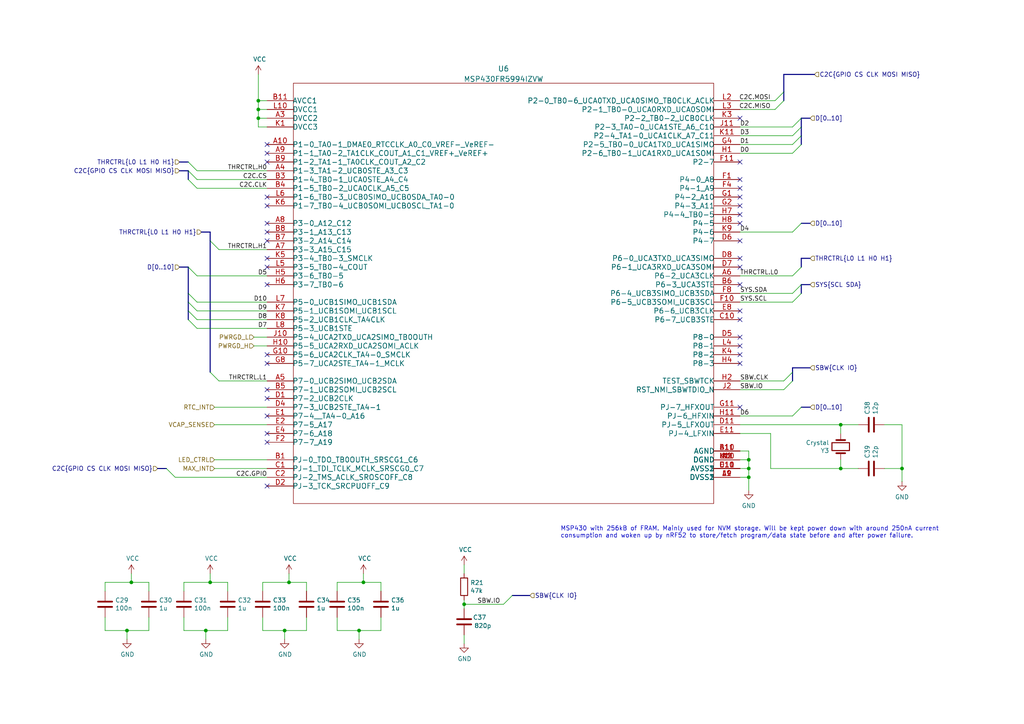
<source format=kicad_sch>
(kicad_sch (version 20231120) (generator "eeschema") (generator_version "8.0")
  (paper "A4")
  (lib_symbols
    (symbol "Device:Crystal" (pin_numbers hide) (pin_names (offset 1.016) hide)
      (property "Reference" "Y" (at 0 3.81 0))
      (property "Value" "Crystal" (at 0 -3.81 0))
      (symbol "Crystal_0_1"
        (rectangle (start -1.143 2.54) (end 1.143 -2.54) (stroke (width 0.3048)))
        (polyline (pts (xy -2.54 0) (xy -1.905 0)))
        (polyline (pts (xy -1.905 -1.27) (xy -1.905 1.27)) (stroke (width 0.508)))
        (polyline (pts (xy 1.905 -1.27) (xy 1.905 1.27)) (stroke (width 0.508)))
        (polyline (pts (xy 2.54 0) (xy 1.905 0)))
      )
      (symbol "Crystal_1_1"
        (pin passive line (at -3.81 0 0) (length 1.27) (name "1") (number "1"))
        (pin passive line (at 3.81 0 180) (length 1.27) (name "2") (number "2"))
      )
    )
    (symbol "Voltix:C" (pin_numbers hide) (pin_names (offset 0.254))
      (property "Reference" "C" (at 0.635 2.54 0))
      (property "Value" "C" (at 0.635 -2.54 0))
      (symbol "C_0_1"
        (polyline (pts (xy -2.032 -0.762) (xy 2.032 -0.762)) (stroke (width 0.508)))
        (polyline (pts (xy -2.032 0.762) (xy 2.032 0.762)) (stroke (width 0.508)))
      )
      (symbol "C_1_1"
        (pin passive line (at 0 3.81 270) (length 2.794) (name "~") (number "1"))
        (pin passive line (at 0 -3.81 90) (length 2.794) (name "~") (number "2"))
      )
    )
    (symbol "Voltix:GND" (power) (pin_names (offset 0))
      (property "Value" "GND" (at 0 -3.81 0))
      (symbol "GND_0_1"
        (polyline (pts (xy 0 0) (xy 0 -1.27) (xy 1.27 -1.27) (xy 0 -2.54) (xy -1.27 -1.27) (xy 0 -1.27)))
      )
      (symbol "GND_1_1"
        (pin power_in line (at 0 0 270) (length 0) hide (name "GND") (number "1"))
      )
    )
    (symbol "Voltix:MSP430FR5994IZVW" (pin_names (offset -0.254))
      (property "Reference" "U" (at 0 -53.34 0))
      (property "Value" "MSP430FR5994IZVW" (at 0 -55.88 0))
      (symbol "MSP430FR5994IZVW_0_1"
        (rectangle (start -60.96 73.66) (end 60.96 -48.26))
      )
      (symbol "MSP430FR5994IZVW_1_1"
        (pin power_in line (at 68.58 -35.56 180) (length 7.62) (name "DGND") (number "A1"))
        (pin bidirectional line (at -68.58 55.88 0) (length 7.62) (name "P1-0_TA0-1_DMAE0_RTCCLK_A0_C0_VREF-_VeREF-") (number "A10"))
        (pin power_in line (at 68.58 -33.02 180) (length 7.62) (name "AGND") (number "A11"))
        (pin power_in line (at 68.58 -40.64 180) (length 7.62) (name "DVSS2") (number "A2"))
        (pin power_in line (at -68.58 63.5 0) (length 7.62) (name "DVCC2") (number "A3"))
        (pin bidirectional line (at -68.58 48.26 0) (length 7.62) (name "P1-3_TA1-2_UCB0STE_A3_C3") (number "A4"))
        (pin bidirectional line (at -68.58 -12.7 0) (length 7.62) (name "P7-0_UCB2SIMO_UCB2SDA") (number "A5"))
        (pin bidirectional line (at 68.58 17.78 180) (length 7.62) (name "P6-2_UCA3CLK") (number "A6"))
        (pin bidirectional line (at -68.58 25.4 0) (length 7.62) (name "P3-3_A15_C15") (number "A7"))
        (pin bidirectional line (at -68.58 33.02 0) (length 7.62) (name "P3-0_A12_C12") (number "A8"))
        (pin bidirectional line (at -68.58 53.34 0) (length 7.62) (name "P1-1_TA0-2_TA1CLK_COUT_A1_C1_VREF+_VeREF+") (number "A9"))
        (pin bidirectional line (at -68.58 -35.56 0) (length 7.62) (name "PJ-0_TDO_TB0OUTH_SRSCG1_C6") (number "B1"))
        (pin power_in line (at 68.58 -33.02 180) (length 7.62) (name "AGND") (number "B10"))
        (pin power_in line (at -68.58 68.58 0) (length 7.62) (name "AVCC1") (number "B11"))
        (pin bidirectional line (at -68.58 45.72 0) (length 7.62) (name "P1-4_TB0-1_UCA0STE_A4_C4") (number "B3"))
        (pin bidirectional line (at -68.58 43.18 0) (length 7.62) (name "P1-5_TB0-2_UCA0CLK_A5_C5") (number "B4"))
        (pin bidirectional line (at -68.58 -15.24 0) (length 7.62) (name "P7-1_UCB2SOMI_UCB2SCL") (number "B5"))
        (pin bidirectional line (at 68.58 15.24 180) (length 7.62) (name "P6-3_UCA3STE") (number "B6"))
        (pin bidirectional line (at -68.58 27.94 0) (length 7.62) (name "P3-2_A14_C14") (number "B7"))
        (pin bidirectional line (at -68.58 30.48 0) (length 7.62) (name "P3-1_A13_C13") (number "B8"))
        (pin bidirectional line (at -68.58 50.8 0) (length 7.62) (name "P1-2_TA1-1_TA0CLK_COUT_A2_C2") (number "B9"))
        (pin bidirectional line (at -68.58 -38.1 0) (length 7.62) (name "PJ-1_TDI_TCLK_MCLK_SRSCG0_C7") (number "C1"))
        (pin bidirectional line (at 68.58 5.08 180) (length 7.62) (name "P6-7_UCB3STE") (number "C10"))
        (pin power_in line (at 68.58 -38.1 180) (length 7.62) (name "AVSS1") (number "C11"))
        (pin bidirectional line (at -68.58 -40.64 0) (length 7.62) (name "PJ-2_TMS_ACLK_SROSCOFF_C8") (number "C2"))
        (pin bidirectional line (at -68.58 -17.78 0) (length 7.62) (name "P7-2_UCB2CLK") (number "D1"))
        (pin power_in line (at 68.58 -38.1 180) (length 7.62) (name "AVSS2") (number "D10"))
        (pin bidirectional line (at 68.58 -25.4 180) (length 7.62) (name "PJ-5_LFXOUT") (number "D11"))
        (pin bidirectional line (at -68.58 -43.18 0) (length 7.62) (name "PJ-3_TCK_SRCPUOFF_C9") (number "D2"))
        (pin bidirectional line (at -68.58 -20.32 0) (length 7.62) (name "P7-3_UCB2STE_TA4-1") (number "D4"))
        (pin bidirectional line (at 68.58 0 180) (length 7.62) (name "P8-0") (number "D5"))
        (pin bidirectional line (at 68.58 27.94 180) (length 7.62) (name "P4-7") (number "D6"))
        (pin bidirectional line (at 68.58 20.32 180) (length 7.62) (name "P6-1_UCA3RXD_UCA3SOMI") (number "D7"))
        (pin bidirectional line (at 68.58 22.86 180) (length 7.62) (name "P6-0_UCA3TXD_UCA3SIMO") (number "D8"))
        (pin bidirectional line (at -68.58 -22.86 0) (length 7.62) (name "P7-4__TA4-0_A16") (number "E1"))
        (pin power_in line (at 68.58 -38.1 180) (length 7.62) (name "AVSS3") (number "E10"))
        (pin bidirectional line (at 68.58 -27.94 180) (length 7.62) (name "PJ-4_LFXIN") (number "E11"))
        (pin bidirectional line (at -68.58 -25.4 0) (length 7.62) (name "P7-5_A17") (number "E2"))
        (pin bidirectional line (at -68.58 -27.94 0) (length 7.62) (name "P7-6_A18") (number "E4"))
        (pin bidirectional line (at 68.58 7.62 180) (length 7.62) (name "P6-6_UCB3CLK") (number "E8"))
        (pin bidirectional line (at 68.58 45.72 180) (length 7.62) (name "P4-0_A8") (number "F1"))
        (pin bidirectional line (at 68.58 10.16 180) (length 7.62) (name "P6-5_UCB3SOMI_UCB3SCL") (number "F10"))
        (pin bidirectional line (at 68.58 50.8 180) (length 7.62) (name "P2-7") (number "F11"))
        (pin bidirectional line (at -68.58 -30.48 0) (length 7.62) (name "P7-7_A19") (number "F2"))
        (pin bidirectional line (at 68.58 43.18 180) (length 7.62) (name "P4-1_A9") (number "F4"))
        (pin bidirectional line (at 68.58 12.7 180) (length 7.62) (name "P6-4_UCB3SIMO_UCB3SDA") (number "F8"))
        (pin bidirectional line (at 68.58 40.64 180) (length 7.62) (name "P4-2_A10") (number "G1"))
        (pin bidirectional line (at -68.58 -5.08 0) (length 7.62) (name "P5-6_UCA2CLK_TA4-0_SMCLK") (number "G10"))
        (pin bidirectional line (at 68.58 -20.32 180) (length 7.62) (name "PJ-7_HFXOUT") (number "G11"))
        (pin bidirectional line (at 68.58 38.1 180) (length 7.62) (name "P4-3_A11") (number "G2"))
        (pin bidirectional line (at 68.58 55.88 180) (length 7.62) (name "P2-5_TB0-0_UCA1TXD_UCA1SIMO") (number "G4"))
        (pin bidirectional line (at -68.58 -7.62 0) (length 7.62) (name "P5-7_UCA2STE_TA4-1_MCLK") (number "G8"))
        (pin bidirectional line (at 68.58 53.34 180) (length 7.62) (name "P2-6_TB0-1_UCA1RXD_UCA1SOMI") (number "H1"))
        (pin bidirectional line (at -68.58 -2.54 0) (length 7.62) (name "P5-5_UCA2RXD_UCA2SOMI_ACLK") (number "H10"))
        (pin bidirectional line (at 68.58 -22.86 180) (length 7.62) (name "PJ-6_HFXIN") (number "H11"))
        (pin input line (at 68.58 -12.7 180) (length 7.62) (name "TEST_SBWTCK") (number "H2"))
        (pin bidirectional line (at 68.58 -7.62 180) (length 7.62) (name "P8-3") (number "H4"))
        (pin bidirectional line (at -68.58 17.78 0) (length 7.62) (name "P3-6_TB0-5") (number "H5"))
        (pin bidirectional line (at -68.58 15.24 0) (length 7.62) (name "P3-7_TB0-6") (number "H6"))
        (pin bidirectional line (at 68.58 35.56 180) (length 7.62) (name "P4-4_TB0-5") (number "H7"))
        (pin bidirectional line (at 68.58 33.02 180) (length 7.62) (name "P4-5") (number "H8"))
        (pin power_in line (at 68.58 -40.64 180) (length 7.62) (name "DVSS3") (number "J1"))
        (pin bidirectional line (at -68.58 0 0) (length 7.62) (name "P5-4_UCA2TXD_UCA2SIMO_TB0OUTH") (number "J10"))
        (pin bidirectional line (at 68.58 60.96 180) (length 7.62) (name "P2-3_TA0-0_UCA1STE_A6_C10") (number "J11"))
        (pin bidirectional line (at 68.58 -15.24 180) (length 7.62) (name "RST_NMI_SBWTDIO_N") (number "J2"))
        (pin power_in line (at -68.58 60.96 0) (length 7.62) (name "DVCC3") (number "K1"))
        (pin power_in line (at 68.58 -35.56 180) (length 7.62) (name "DGND") (number "K10"))
        (pin bidirectional line (at 68.58 58.42 180) (length 7.62) (name "P2-4_TA1-0_UCA1CLK_A7_C11") (number "K11"))
        (pin power_in line (at 68.58 -35.56 180) (length 7.62) (name "DGND") (number "K2"))
        (pin bidirectional line (at 68.58 63.5 180) (length 7.62) (name "P2-2_TB0-2_UCB0CLK") (number "K3"))
        (pin bidirectional line (at 68.58 -5.08 180) (length 7.62) (name "P8-2") (number "K4"))
        (pin bidirectional line (at -68.58 22.86 0) (length 7.62) (name "P3-4_TB0-3_SMCLK") (number "K5"))
        (pin bidirectional line (at -68.58 38.1 0) (length 7.62) (name "P1-7_TB0-4_UCB0SOMI_UCB0SCL_TA1-0") (number "K6"))
        (pin bidirectional line (at -68.58 7.62 0) (length 7.62) (name "P5-1_UCB1SOMI_UCB1SCL") (number "K7"))
        (pin bidirectional line (at -68.58 5.08 0) (length 7.62) (name "P5-2_UCB1CLK_TA4CLK") (number "K8"))
        (pin bidirectional line (at 68.58 30.48 180) (length 7.62) (name "P4-6") (number "K9"))
        (pin power_in line (at 68.58 -35.56 180) (length 7.62) (name "DGND") (number "L1"))
        (pin power_in line (at -68.58 66.04 0) (length 7.62) (name "DVCC1") (number "L10"))
        (pin power_in line (at 68.58 -35.56 180) (length 7.62) (name "DGND") (number "L11"))
        (pin bidirectional line (at 68.58 68.58 180) (length 7.62) (name "P2-0_TB0-6_UCA0TXD_UCA0SIMO_TB0CLK_ACLK") (number "L2"))
        (pin bidirectional line (at 68.58 66.04 180) (length 7.62) (name "P2-1_TB0-0_UCA0RXD_UCA0SOMI") (number "L3"))
        (pin bidirectional line (at 68.58 -2.54 180) (length 7.62) (name "P8-1") (number "L4"))
        (pin bidirectional line (at -68.58 20.32 0) (length 7.62) (name "P3-5_TB0-4_COUT") (number "L5"))
        (pin bidirectional line (at -68.58 40.64 0) (length 7.62) (name "P1-6_TB0-3_UCB0SIMO_UCB0SDA_TA0-0") (number "L6"))
        (pin bidirectional line (at -68.58 10.16 0) (length 7.62) (name "P5-0_UCB1SIMO_UCB1SDA") (number "L7"))
        (pin bidirectional line (at -68.58 2.54 0) (length 7.62) (name "P5-3_UCB1STE") (number "L8"))
        (pin power_in line (at 68.58 -40.64 180) (length 7.62) (name "DVSS1") (number "L9"))
      )
    )
    (symbol "Voltix:R" (pin_numbers hide) (pin_names (offset 0))
      (property "Reference" "R" (at 2.032 0 90))
      (property "Value" "R" (at 0 0 90))
      (symbol "R_0_1"
        (rectangle (start -1.016 -2.54) (end 1.016 2.54) (stroke (width 0.254)))
      )
      (symbol "R_1_1"
        (pin passive line (at 0 3.81 270) (length 1.27) (name "~") (number "1"))
        (pin passive line (at 0 -3.81 90) (length 1.27) (name "~") (number "2"))
      )
    )
    (symbol "Voltix:VCC" (power) (pin_names (offset 0))
      (property "Value" "VCC" (at 0 3.81 0))
      (symbol "VCC_0_1"
        (polyline (pts (xy -0.762 1.27) (xy 0 2.54)))
        (polyline (pts (xy 0 0) (xy 0 2.54)))
        (polyline (pts (xy 0 2.54) (xy 0.762 1.27)))
      )
      (symbol "VCC_1_1"
        (pin power_in line (at 0 0 90) (length 0) hide (name "VCC") (number "1"))
      )
    )
    (symbol "power:GND" (power) (pin_numbers hide) (pin_names (offset 0) hide)
      (property "Value" "GND" (at 0 -3.81 0))
      (symbol "GND_0_1"
        (polyline (pts (xy 0 0) (xy 0 -1.27) (xy 1.27 -1.27) (xy 0 -2.54) (xy -1.27 -1.27) (xy 0 -1.27)))
      )
      (symbol "GND_1_1"
        (pin power_in line (at 0 0 270) (length 0) (name "~") (number "1"))
      )
    )
  )
  (junction (at 60.96 168.91))
  (junction (at 217.17 138.43))
  (junction (at 134.62 175.26))
  (junction (at 217.17 133.35))
  (junction (at 83.82 168.91))
  (junction (at 243.84 135.89))
  (junction (at 74.93 34.29))
  (junction (at 74.93 31.75))
  (junction (at 74.93 29.21))
  (junction (at 243.84 123.19))
  (junction (at 82.55 182.88))
  (junction (at 104.14 182.88))
  (junction (at 217.17 135.89))
  (junction (at 38.1 168.91))
  (junction (at 59.69 182.88))
  (junction (at 36.83 182.88))
  (junction (at 261.62 135.89))
  (junction (at 105.41 168.91))
  (no_connect (at 77.47 59.69))
  (no_connect (at 77.47 57.15))
  (no_connect (at 77.47 74.93))
  (no_connect (at 77.47 77.47))
  (no_connect (at 214.63 100.33))
  (no_connect (at 214.63 52.07))
  (no_connect (at 214.63 46.99))
  (no_connect (at 214.63 34.29))
  (no_connect (at 214.63 57.15))
  (no_connect (at 214.63 90.17))
  (no_connect (at 214.63 82.55))
  (no_connect (at 214.63 118.11))
  (no_connect (at 214.63 105.41))
  (no_connect (at 214.63 102.87))
  (no_connect (at 214.63 97.79))
  (no_connect (at 214.63 92.71))
  (no_connect (at 77.47 140.97))
  (no_connect (at 214.63 64.77))
  (no_connect (at 214.63 62.23))
  (no_connect (at 214.63 59.69))
  (no_connect (at 214.63 54.61))
  (no_connect (at 214.63 69.85))
  (no_connect (at 214.63 74.93))
  (no_connect (at 214.63 77.47))
  (no_connect (at 77.47 113.03))
  (no_connect (at 77.47 105.41))
  (no_connect (at 77.47 102.87))
  (no_connect (at 77.47 41.91))
  (no_connect (at 77.47 44.45))
  (no_connect (at 77.47 46.99))
  (no_connect (at 77.47 128.27))
  (no_connect (at 77.47 125.73))
  (no_connect (at 77.47 64.77))
  (no_connect (at 77.47 67.31))
  (no_connect (at 77.47 69.85))
  (no_connect (at 77.47 82.55))
  (no_connect (at 77.47 115.57))
  (no_connect (at 77.47 120.65))
  (bus_entry (at 54.61 77.47) (size 2.54 2.54))
  (bus_entry (at 232.41 34.29) (size -2.54 2.54))
  (bus_entry (at 232.41 118.11) (size -2.54 2.54))
  (bus_entry (at 227.33 26.67) (size -2.54 2.54))
  (bus_entry (at 232.41 77.47) (size -2.54 2.54))
  (bus_entry (at 227.33 29.21) (size -2.54 2.54))
  (bus_entry (at 54.61 52.07) (size 2.54 2.54))
  (bus_entry (at 54.61 87.63) (size 2.54 2.54))
  (bus_entry (at 232.41 41.91) (size -2.54 2.54))
  (bus_entry (at 232.41 36.83) (size -2.54 2.54))
  (bus_entry (at 54.61 46.99) (size 2.54 2.54))
  (bus_entry (at 54.61 49.53) (size 2.54 2.54))
  (bus_entry (at 229.87 107.95) (size -2.54 2.54))
  (bus_entry (at 232.41 82.55) (size -2.54 2.54))
  (bus_entry (at 60.96 69.85) (size 2.54 2.54))
  (bus_entry (at 54.61 92.71) (size 2.54 2.54))
  (bus_entry (at 232.41 64.77) (size -2.54 2.54))
  (bus_entry (at 232.41 85.09) (size -2.54 2.54))
  (bus_entry (at 48.26 135.89) (size 2.54 2.54))
  (bus_entry (at 148.59 172.72) (size -2.54 2.54))
  (bus_entry (at 229.87 110.49) (size -2.54 2.54))
  (bus_entry (at 54.61 85.09) (size 2.54 2.54))
  (bus_entry (at 54.61 90.17) (size 2.54 2.54))
  (bus_entry (at 232.41 39.37) (size -2.54 2.54))
  (bus_entry (at 60.96 107.95) (size 2.54 2.54))
  (wire (pts (xy 53.34 168.91) (xy 53.34 171.45)))
  (wire (pts (xy 224.79 29.21) (xy 214.63 29.21)))
  (wire (pts (xy 66.04 179.07) (xy 66.04 182.88)))
  (bus (pts (xy 232.41 82.55) (xy 232.41 85.09)))
  (bus (pts (xy 54.61 87.63) (xy 54.61 90.17)))
  (bus (pts (xy 54.61 85.09) (xy 54.61 87.63)))
  (wire (pts (xy 74.93 36.83) (xy 77.47 36.83)))
  (wire (pts (xy 76.2 179.07) (xy 76.2 182.88)))
  (wire (pts (xy 243.84 123.19) (xy 248.92 123.19)))
  (wire (pts (xy 57.15 54.61) (xy 77.47 54.61)))
  (bus (pts (xy 232.41 39.37) (xy 232.41 41.91)))
  (wire (pts (xy 82.55 182.88) (xy 88.9 182.88)))
  (wire (pts (xy 62.23 133.35) (xy 77.47 133.35)))
  (wire (pts (xy 217.17 138.43) (xy 217.17 135.89)))
  (wire (pts (xy 74.93 29.21) (xy 74.93 31.75)))
  (wire (pts (xy 214.63 44.45) (xy 229.87 44.45)))
  (wire (pts (xy 59.69 185.42) (xy 59.69 182.88)))
  (wire (pts (xy 38.1 168.91) (xy 30.48 168.91)))
  (wire (pts (xy 104.14 185.42) (xy 104.14 182.88)))
  (bus (pts (xy 232.41 118.11) (xy 234.95 118.11)))
  (bus (pts (xy 148.59 172.72) (xy 153.67 172.72)))
  (wire (pts (xy 43.18 179.07) (xy 43.18 182.88)))
  (wire (pts (xy 243.84 123.19) (xy 243.84 125.73)))
  (wire (pts (xy 63.5 72.39) (xy 77.47 72.39)))
  (wire (pts (xy 256.54 123.19) (xy 261.62 123.19)))
  (wire (pts (xy 60.96 166.37) (xy 60.96 168.91)))
  (wire (pts (xy 214.63 67.31) (xy 229.87 67.31)))
  (bus (pts (xy 45.72 135.89) (xy 48.26 135.89)))
  (wire (pts (xy 104.14 182.88) (xy 110.49 182.88)))
  (wire (pts (xy 36.83 182.88) (xy 43.18 182.88)))
  (wire (pts (xy 60.96 168.91) (xy 53.34 168.91)))
  (wire (pts (xy 53.34 179.07) (xy 53.34 182.88)))
  (wire (pts (xy 214.63 123.19) (xy 243.84 123.19)))
  (bus (pts (xy 232.41 34.29) (xy 232.41 36.83)))
  (bus (pts (xy 234.95 106.68) (xy 229.87 106.68)))
  (bus (pts (xy 232.41 82.55) (xy 234.95 82.55)))
  (wire (pts (xy 224.79 31.75) (xy 214.63 31.75)))
  (bus (pts (xy 232.41 36.83) (xy 232.41 39.37)))
  (wire (pts (xy 217.17 142.24) (xy 217.17 138.43)))
  (wire (pts (xy 110.49 179.07) (xy 110.49 182.88)))
  (bus (pts (xy 54.61 90.17) (xy 54.61 92.71)))
  (wire (pts (xy 73.66 100.33) (xy 77.47 100.33)))
  (wire (pts (xy 62.23 118.11) (xy 77.47 118.11)))
  (wire (pts (xy 82.55 185.42) (xy 82.55 182.88)))
  (wire (pts (xy 217.17 130.81) (xy 214.63 130.81)))
  (wire (pts (xy 66.04 168.91) (xy 60.96 168.91)))
  (wire (pts (xy 74.93 21.59) (xy 74.93 29.21)))
  (wire (pts (xy 134.62 175.26) (xy 146.05 175.26)))
  (wire (pts (xy 214.63 135.89) (xy 217.17 135.89)))
  (wire (pts (xy 59.69 182.88) (xy 66.04 182.88)))
  (bus (pts (xy 54.61 77.47) (xy 54.61 85.09)))
  (wire (pts (xy 214.63 80.01) (xy 229.87 80.01)))
  (wire (pts (xy 134.62 175.26) (xy 134.62 176.53)))
  (wire (pts (xy 243.84 135.89) (xy 248.92 135.89)))
  (wire (pts (xy 30.48 179.07) (xy 30.48 182.88)))
  (wire (pts (xy 214.63 87.63) (xy 229.87 87.63)))
  (wire (pts (xy 105.41 166.37) (xy 105.41 168.91)))
  (wire (pts (xy 214.63 113.03) (xy 227.33 113.03)))
  (bus (pts (xy 227.33 29.21) (xy 227.33 26.67)))
  (bus (pts (xy 54.61 49.53) (xy 54.61 52.07)))
  (wire (pts (xy 88.9 168.91) (xy 83.82 168.91)))
  (wire (pts (xy 214.63 41.91) (xy 229.87 41.91)))
  (wire (pts (xy 43.18 171.45) (xy 43.18 168.91)))
  (wire (pts (xy 83.82 168.91) (xy 76.2 168.91)))
  (wire (pts (xy 74.93 31.75) (xy 74.93 34.29)))
  (wire (pts (xy 83.82 166.37) (xy 83.82 168.91)))
  (wire (pts (xy 256.54 135.89) (xy 261.62 135.89)))
  (wire (pts (xy 57.15 87.63) (xy 77.47 87.63)))
  (wire (pts (xy 214.63 39.37) (xy 229.87 39.37)))
  (wire (pts (xy 62.23 123.19) (xy 77.47 123.19)))
  (wire (pts (xy 214.63 110.49) (xy 227.33 110.49)))
  (wire (pts (xy 30.48 182.88) (xy 36.83 182.88)))
  (bus (pts (xy 232.41 34.29) (xy 234.95 34.29)))
  (wire (pts (xy 57.15 80.01) (xy 77.47 80.01)))
  (wire (pts (xy 76.2 182.88) (xy 82.55 182.88)))
  (wire (pts (xy 30.48 168.91) (xy 30.48 171.45)))
  (wire (pts (xy 214.63 36.83) (xy 229.87 36.83)))
  (bus (pts (xy 52.07 49.53) (xy 54.61 49.53)))
  (wire (pts (xy 53.34 182.88) (xy 59.69 182.88)))
  (wire (pts (xy 74.93 31.75) (xy 77.47 31.75)))
  (wire (pts (xy 50.8 138.43) (xy 77.47 138.43)))
  (wire (pts (xy 76.2 168.91) (xy 76.2 171.45)))
  (wire (pts (xy 110.49 168.91) (xy 105.41 168.91)))
  (wire (pts (xy 217.17 135.89) (xy 217.17 133.35)))
  (wire (pts (xy 134.62 163.83) (xy 134.62 166.37)))
  (bus (pts (xy 229.87 107.95) (xy 229.87 110.49)))
  (wire (pts (xy 134.62 173.99) (xy 134.62 175.26)))
  (wire (pts (xy 214.63 125.73) (xy 223.52 125.73)))
  (wire (pts (xy 105.41 168.91) (xy 97.79 168.91)))
  (wire (pts (xy 66.04 171.45) (xy 66.04 168.91)))
  (wire (pts (xy 36.83 185.42) (xy 36.83 182.88)))
  (wire (pts (xy 38.1 166.37) (xy 38.1 168.91)))
  (wire (pts (xy 217.17 133.35) (xy 217.17 130.81)))
  (wire (pts (xy 74.93 34.29) (xy 74.93 36.83)))
  (wire (pts (xy 261.62 123.19) (xy 261.62 135.89)))
  (wire (pts (xy 43.18 168.91) (xy 38.1 168.91)))
  (wire (pts (xy 223.52 135.89) (xy 243.84 135.89)))
  (wire (pts (xy 57.15 95.25) (xy 77.47 95.25)))
  (wire (pts (xy 97.79 182.88) (xy 104.14 182.88)))
  (wire (pts (xy 134.62 184.15) (xy 134.62 186.69)))
  (wire (pts (xy 63.5 110.49) (xy 77.47 110.49)))
  (wire (pts (xy 74.93 29.21) (xy 77.47 29.21)))
  (wire (pts (xy 261.62 135.89) (xy 261.62 139.7)))
  (wire (pts (xy 214.63 120.65) (xy 229.87 120.65)))
  (bus (pts (xy 227.33 21.59) (xy 227.33 26.67)))
  (wire (pts (xy 97.79 179.07) (xy 97.79 182.88)))
  (wire (pts (xy 214.63 133.35) (xy 217.17 133.35)))
  (bus (pts (xy 52.07 46.99) (xy 54.61 46.99)))
  (wire (pts (xy 62.23 135.89) (xy 77.47 135.89)))
  (bus (pts (xy 58.42 67.31) (xy 60.96 67.31)))
  (wire (pts (xy 110.49 171.45) (xy 110.49 168.91)))
  (wire (pts (xy 88.9 171.45) (xy 88.9 168.91)))
  (bus (pts (xy 236.22 21.59) (xy 227.33 21.59)))
  (bus (pts (xy 52.07 77.47) (xy 54.61 77.47)))
  (bus (pts (xy 234.95 74.93) (xy 232.41 74.93)))
  (wire (pts (xy 223.52 125.73) (xy 223.52 135.89)))
  (wire (pts (xy 97.79 168.91) (xy 97.79 171.45)))
  (wire (pts (xy 88.9 179.07) (xy 88.9 182.88)))
  (wire (pts (xy 57.15 92.71) (xy 77.47 92.71)))
  (bus (pts (xy 60.96 69.85) (xy 60.96 107.95)))
  (wire (pts (xy 57.15 49.53) (xy 77.47 49.53)))
  (wire (pts (xy 73.66 97.79) (xy 77.47 97.79)))
  (wire (pts (xy 214.63 85.09) (xy 229.87 85.09)))
  (wire (pts (xy 243.84 133.35) (xy 243.84 135.89)))
  (bus (pts (xy 229.87 106.68) (xy 229.87 107.95)))
  (bus (pts (xy 232.41 74.93) (xy 232.41 77.47)))
  (wire (pts (xy 57.15 90.17) (xy 77.47 90.17)))
  (wire (pts (xy 57.15 52.07) (xy 77.47 52.07)))
  (bus (pts (xy 232.41 64.77) (xy 234.95 64.77)))
  (bus (pts (xy 60.96 67.31) (xy 60.96 69.85)))
  (wire (pts (xy 214.63 138.43) (xy 217.17 138.43)))
  (wire (pts (xy 74.93 34.29) (xy 77.47 34.29)))
  (text "MSP430 with 256kB of FRAM. Mainly used for NVM storage. Will be kept power down with around 250nA current\nconsumption and woken up by nRF52 to store/fetch program/data state before and after power failure." (at 162.56 156.21 0) (effects (font (size 1.27 1.27)) (justify left bottom)))
  (label "C2C.GPIO" (at 77.47 138.43 180))
  (label "THRCTRL.H1" (at 77.47 72.39 180))
  (label "D0" (at 214.63 44.45 0))
  (label "D8" (at 77.47 92.71 180))
  (label "D2" (at 214.63 36.83 0))
  (label "D4" (at 214.63 67.31 0))
  (label "D1" (at 214.63 41.91 0))
  (label "C2C.CLK" (at 77.47 54.61 180))
  (label "D10" (at 77.47 87.63 180))
  (label "SBW.CLK" (at 214.63 110.49 0))
  (label "C2C.MISO" (at 223.52 31.75 180))
  (label "D6" (at 214.63 120.65 0))
  (label "C2C.CS" (at 77.47 52.07 180))
  (label "D3" (at 214.63 39.37 0))
  (label "D5" (at 77.47 80.01 180))
  (label "C2C.MOSI" (at 223.52 29.21 180))
  (label "D7" (at 77.47 95.25 180))
  (label "SBW.IO" (at 138.43 175.26 0))
  (label "THRCTRL.L1" (at 77.47 110.49 180))
  (label "THRCTRL.L0" (at 214.63 80.01 0))
  (label "SYS.SDA" (at 214.63 85.09 0))
  (label "SYS.SCL" (at 214.63 87.63 0))
  (label "D9" (at 77.47 90.17 180))
  (label "SBW.IO" (at 214.63 113.03 0))
  (label "THRCTRL.H0" (at 77.47 49.53 180))
  (hierarchical_label "SBW{CLK IO}" (shape input) (at 234.95 106.68 0))
  (hierarchical_label "MAX_INT" (shape input) (at 62.23 135.89 180))
  (hierarchical_label "LED_CTRL" (shape input) (at 62.23 133.35 180))
  (hierarchical_label "SBW{CLK IO}" (shape input) (at 153.67 172.72 0))
  (hierarchical_label "D[0..10]" (shape input) (at 234.95 34.29 0))
  (hierarchical_label "C2C{GPIO CS CLK MOSI MISO}" (shape input) (at 45.72 135.89 180))
  (hierarchical_label "THRCTRL{L0 L1 H0 H1}" (shape input) (at 52.07 46.99 180))
  (hierarchical_label "D[0..10]" (shape input) (at 234.95 64.77 0))
  (hierarchical_label "THRCTRL{L0 L1 H0 H1}" (shape input) (at 58.42 67.31 180))
  (hierarchical_label "SYS{SCL SDA}" (shape input) (at 234.95 82.55 0))
  (hierarchical_label "C2C{GPIO CS CLK MOSI MISO}" (shape input) (at 236.22 21.59 0))
  (hierarchical_label "VCAP_SENSE" (shape input) (at 62.23 123.19 180))
  (hierarchical_label "D[0..10]" (shape input) (at 52.07 77.47 180))
  (hierarchical_label "PWRGD_H" (shape input) (at 73.66 100.33 180))
  (hierarchical_label "RTC_INT" (shape input) (at 62.23 118.11 180))
  (hierarchical_label "PWRGD_L" (shape input) (at 73.66 97.79 180))
  (hierarchical_label "D[0..10]" (shape input) (at 234.95 118.11 0))
  (hierarchical_label "THRCTRL{L0 L1 H0 H1}" (shape input) (at 234.95 74.93 0))
  (hierarchical_label "C2C{GPIO CS CLK MOSI MISO}" (shape input) (at 52.07 49.53 180))
  (symbol (lib_id "Voltix:C") (at 88.9 175.26 0) (unit 1)
    (property "Reference" "C34" (at 91.821 174.0916 0) (effects (justify left)))
    (property "Value" "1u" (at 91.821 176.403 0) (effects (justify left)))
    (property "Footprint" "Voltix:C_0201_0603Metric" (effects (hide yes)))
    (property "Description" "CAP CER 1UF 16V X5R 0201" (effects (hide yes)))
    (property "MPN" "GRM033R61C105ME15D" (effects (hide yes)))
  )
  (symbol (lib_id "Voltix:C") (at 110.49 175.26 0) (unit 1)
    (property "Reference" "C36" (at 113.411 174.0916 0) (effects (justify left)))
    (property "Value" "1u" (at 113.411 176.403 0) (effects (justify left)))
    (property "Footprint" "Voltix:C_0201_0603Metric" (effects (hide yes)))
    (property "Description" "CAP CER 1UF 16V X5R 0201" (effects (hide yes)))
    (property "MPN" "GRM033R61C105ME15D" (effects (hide yes)))
  )
  (symbol (lib_id "Voltix:VCC") (at 60.96 166.37 0) (unit 1)
    (property "Reference" "#PWR035" (effects (hide yes)))
    (property "Value" "VCC" (at 61.341 161.9758 0))
  )
  (symbol (lib_id "Voltix:C") (at 252.73 123.19 90) (unit 1)
    (property "Reference" "C38" (at 251.5616 120.269 0) (effects (justify left)))
    (property "Value" "12p" (at 253.873 120.269 0) (effects (justify left)))
    (property "Footprint" "Voltix:C_0201_0603Metric" (effects (hide yes)))
    (property "Description" "CAP CER 12PF 50V C0G/NP0 0201" (effects (hide yes)))
    (property "MPN" "GRM0335C1H120GA01D" (effects (hide yes)))
  )
  (symbol (lib_id "Voltix:GND") (at 134.62 186.69 0) (unit 1)
    (property "Reference" "#PWR042" (effects (hide yes)))
    (property "Value" "GND" (at 134.747 191.0842 0))
  )
  (symbol (lib_id "Voltix:VCC") (at 134.62 163.83 0) (unit 1)
    (property "Reference" "#PWR041" (effects (hide yes)))
    (property "Value" "VCC" (at 135.001 159.4358 0))
  )
  (symbol (lib_id "Voltix:C") (at 97.79 175.26 0) (unit 1)
    (property "Reference" "C35" (at 100.711 174.0916 0) (effects (justify left)))
    (property "Value" "100n" (at 100.711 176.403 0) (effects (justify left)))
    (property "Footprint" "Voltix:C_0201_0603Metric" (effects (hide yes)))
    (property "Description" "CAP CER 0.1UF 10V X5R 0201" (effects (hide yes)))
    (property "MPN" "GRM033R61A104ME15D" (effects (hide yes)))
  )
  (symbol (lib_id "Voltix:C") (at 43.18 175.26 0) (unit 1)
    (property "Reference" "C30" (at 46.101 174.0916 0) (effects (justify left)))
    (property "Value" "1u" (at 46.101 176.403 0) (effects (justify left)))
    (property "Footprint" "Voltix:C_0201_0603Metric" (effects (hide yes)))
    (property "Description" "CAP CER 1UF 16V X5R 0201" (effects (hide yes)))
    (property "MPN" "GRM033R61C105ME15D" (effects (hide yes)))
  )
  (symbol (lib_id "Voltix:GND") (at 82.55 185.42 0) (unit 1)
    (property "Reference" "#PWR037" (effects (hide yes)))
    (property "Value" "GND" (at 82.677 189.8142 0))
  )
  (symbol (lib_id "Voltix:C") (at 30.48 175.26 0) (unit 1)
    (property "Reference" "C29" (at 33.401 174.0916 0) (effects (justify left)))
    (property "Value" "100n" (at 33.401 176.403 0) (effects (justify left)))
    (property "Footprint" "Voltix:C_0201_0603Metric" (effects (hide yes)))
    (property "Description" "CAP CER 0.1UF 10V X5R 0201" (effects (hide yes)))
    (property "MPN" "GRM033R61A104ME15D" (effects (hide yes)))
  )
  (symbol (lib_id "Voltix:MSP430FR5994IZVW") (at 146.05 97.79 0) (unit 1)
    (property "Reference" "U6" (at 146.05 19.9443 0) (effects (font (size 1.524 1.524))))
    (property "Value" "MSP430FR5994IZVW" (at 146.05 22.9377 0) (effects (font (size 1.524 1.524))))
    (property "Footprint" "Voltix:TI_ZVW" (effects (hide yes)))
    (property "Description" "16 MHz MCU with 256KB FRAM" (effects (hide yes)))
    (property "MPN" "MSP430FR5994IZVW" (effects (hide yes)))
  )
  (symbol (lib_id "power:GND") (at 217.17 142.24 0) (unit 1)
    (property "Reference" "#PWR043" (effects (hide yes)))
    (property "Value" "GND" (at 217.17 146.6834 0))
    (property "Description" "Power symbol creates a global label with name \"GND\" , ground" (effects (hide yes)))
  )
  (symbol (lib_id "Voltix:C") (at 53.34 175.26 0) (unit 1)
    (property "Reference" "C31" (at 56.261 174.0916 0) (effects (justify left)))
    (property "Value" "100n" (at 56.261 176.403 0) (effects (justify left)))
    (property "Footprint" "Voltix:C_0201_0603Metric" (effects (hide yes)))
    (property "Description" "CAP CER 0.1UF 10V X5R 0201" (effects (hide yes)))
    (property "MPN" "GRM033R61A104ME15D" (effects (hide yes)))
  )
  (symbol (lib_id "Voltix:C") (at 76.2 175.26 0) (unit 1)
    (property "Reference" "C33" (at 79.121 174.0916 0) (effects (justify left)))
    (property "Value" "100n" (at 79.121 176.403 0) (effects (justify left)))
    (property "Footprint" "Voltix:C_0201_0603Metric" (effects (hide yes)))
    (property "Description" "CAP CER 0.1UF 10V X5R 0201" (effects (hide yes)))
    (property "MPN" "GRM033R61A104ME15D" (effects (hide yes)))
  )
  (symbol (lib_id "Voltix:VCC") (at 74.93 21.59 0) (unit 1)
    (property "Reference" "#PWR036" (effects (hide yes)))
    (property "Value" "VCC" (at 75.311 17.1958 0))
  )
  (symbol (lib_id "Voltix:GND") (at 59.69 185.42 0) (unit 1)
    (property "Reference" "#PWR034" (effects (hide yes)))
    (property "Value" "GND" (at 59.817 189.8142 0))
  )
  (symbol (lib_id "Voltix:VCC") (at 105.41 166.37 0) (unit 1)
    (property "Reference" "#PWR040" (effects (hide yes)))
    (property "Value" "VCC" (at 105.791 161.9758 0))
  )
  (symbol (lib_id "Voltix:C") (at 252.73 135.89 90) (unit 1)
    (property "Reference" "C39" (at 251.5616 132.969 0) (effects (justify left)))
    (property "Value" "12p" (at 253.873 132.969 0) (effects (justify left)))
    (property "Footprint" "Voltix:C_0201_0603Metric" (effects (hide yes)))
    (property "Description" "CAP CER 12PF 50V C0G/NP0 0201" (effects (hide yes)))
    (property "MPN" "GRM0335C1H120GA01D" (effects (hide yes)))
  )
  (symbol (lib_id "Voltix:R") (at 134.62 170.18 0) (unit 1)
    (property "Reference" "R21" (at 136.398 169.0116 0) (effects (justify left)))
    (property "Value" "47k" (at 136.398 171.323 0) (effects (justify left)))
    (property "Footprint" "Voltix:R_0201_0603Metric" (effects (hide yes)))
    (property "Description" "RES 47K OHM 1% 1/20W 0201" (effects (hide yes)))
    (property "MPN" "RC0201FR-0747KL" (effects (hide yes)))
  )
  (symbol (lib_id "Device:Crystal") (at 243.84 129.54 90) (unit 1)
    (property "Reference" "Y3" (at 240.5126 130.7084 90) (effects (justify left)))
    (property "Value" "Crystal" (at 240.5126 128.397 90) (effects (justify left)))
    (property "Footprint" "Voltix:ECX-12R" (effects (hide yes)))
    (property "Description" "32kHz, 9pF Crystal" (effects (hide yes)))
    (property "MPN" "CM8V-T1A-32.768KHZ-9PF-20PPM-TA-QC" (effects (hide yes)))
  )
  (symbol (lib_id "Voltix:C") (at 66.04 175.26 0) (unit 1)
    (property "Reference" "C32" (at 68.961 174.0916 0) (effects (justify left)))
    (property "Value" "1u" (at 68.961 176.403 0) (effects (justify left)))
    (property "Footprint" "Voltix:C_0201_0603Metric" (effects (hide yes)))
    (property "Description" "CAP CER 1UF 16V X5R 0201" (effects (hide yes)))
    (property "MPN" "GRM033R61C105ME15D" (effects (hide yes)))
  )
  (symbol (lib_id "Voltix:GND") (at 36.83 185.42 0) (unit 1)
    (property "Reference" "#PWR032" (effects (hide yes)))
    (property "Value" "GND" (at 36.957 189.8142 0))
  )
  (symbol (lib_id "Voltix:VCC") (at 83.82 166.37 0) (unit 1)
    (property "Reference" "#PWR038" (effects (hide yes)))
    (property "Value" "VCC" (at 84.201 161.9758 0))
  )
  (symbol (lib_id "power:GND") (at 261.62 139.7 0) (unit 1)
    (property "Reference" "#PWR044" (effects (hide yes)))
    (property "Value" "GND" (at 261.62 144.1434 0))
    (property "Description" "Power symbol creates a global label with name \"GND\" , ground" (effects (hide yes)))
  )
  (symbol (lib_id "Voltix:C") (at 134.62 180.34 0) (unit 1)
    (property "Reference" "C37" (at 137.16 179.07 0) (effects (justify left)))
    (property "Value" "820p" (at 137.541 181.483 0) (effects (justify left)))
    (property "Footprint" "Voltix:C_0201_0603Metric" (effects (hide yes)))
    (property "Description" "CAP CER 820PF 50V C0G/NP0 0201" (effects (hide yes)))
    (property "MPN" "GRM0335C1H821JE01D" (effects (hide yes)))
  )
  (symbol (lib_id "Voltix:VCC") (at 38.1 166.37 0) (unit 1)
    (property "Reference" "#PWR033" (effects (hide yes)))
    (property "Value" "VCC" (at 38.481 161.9758 0))
  )
  (symbol (lib_id "Voltix:GND") (at 104.14 185.42 0) (unit 1)
    (property "Reference" "#PWR039" (effects (hide yes)))
    (property "Value" "GND" (at 104.267 189.8142 0))
  )
)
</source>
